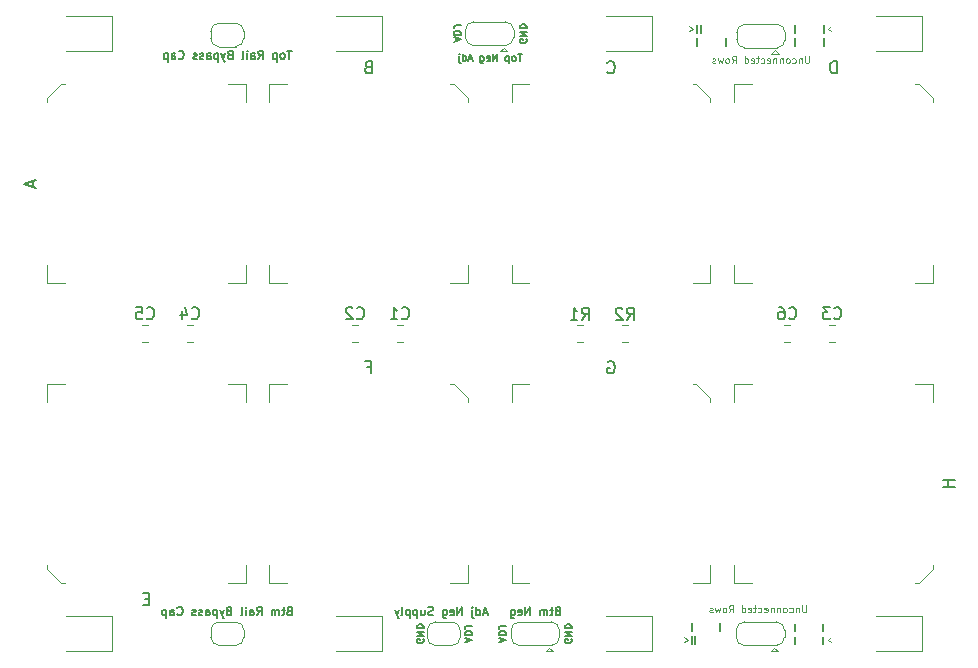
<source format=gbr>
%TF.GenerationSoftware,KiCad,Pcbnew,(6.0.6-0)*%
%TF.CreationDate,2022-07-26T09:11:42-07:00*%
%TF.ProjectId,MTMatrixV3,4d544d61-7472-4697-9856-332e6b696361,rev?*%
%TF.SameCoordinates,Original*%
%TF.FileFunction,Legend,Bot*%
%TF.FilePolarity,Positive*%
%FSLAX46Y46*%
G04 Gerber Fmt 4.6, Leading zero omitted, Abs format (unit mm)*
G04 Created by KiCad (PCBNEW (6.0.6-0)) date 2022-07-26 09:11:42*
%MOMM*%
%LPD*%
G01*
G04 APERTURE LIST*
%ADD10C,0.200000*%
%ADD11C,0.150000*%
%ADD12C,0.100000*%
%ADD13C,0.120000*%
G04 APERTURE END LIST*
D10*
X193350027Y-30882504D02*
X193350027Y-31517504D01*
X190940000Y-81522500D02*
X190940000Y-82157500D01*
X193340000Y-80422500D02*
X193340000Y-81057500D01*
X182650027Y-29782504D02*
X182650027Y-30417504D01*
X190950027Y-30882504D02*
X190950027Y-31517504D01*
X182505000Y-81512500D02*
X182505000Y-82147500D01*
X182205000Y-80412500D02*
X182205000Y-81047500D01*
X190940000Y-80422500D02*
X190940000Y-81057500D01*
X182205000Y-81512500D02*
X182205000Y-82147500D01*
X193340000Y-81522500D02*
X193340000Y-82157500D01*
X182650027Y-30882504D02*
X182650027Y-31517504D01*
X184605000Y-80412500D02*
X184605000Y-81047500D01*
X190950027Y-29782504D02*
X190950027Y-30417504D01*
X182950027Y-29782504D02*
X182950027Y-30417504D01*
X193350027Y-29782504D02*
X193350027Y-30417504D01*
X185050027Y-30882504D02*
X185050027Y-31517504D01*
D11*
X170827466Y-79350400D02*
X170727466Y-79383733D01*
X170694133Y-79417066D01*
X170660800Y-79483733D01*
X170660800Y-79583733D01*
X170694133Y-79650400D01*
X170727466Y-79683733D01*
X170794133Y-79717066D01*
X171060800Y-79717066D01*
X171060800Y-79017066D01*
X170827466Y-79017066D01*
X170760800Y-79050400D01*
X170727466Y-79083733D01*
X170694133Y-79150400D01*
X170694133Y-79217066D01*
X170727466Y-79283733D01*
X170760800Y-79317066D01*
X170827466Y-79350400D01*
X171060800Y-79350400D01*
X170460800Y-79250400D02*
X170194133Y-79250400D01*
X170360800Y-79017066D02*
X170360800Y-79617066D01*
X170327466Y-79683733D01*
X170260800Y-79717066D01*
X170194133Y-79717066D01*
X169960800Y-79717066D02*
X169960800Y-79250400D01*
X169960800Y-79317066D02*
X169927466Y-79283733D01*
X169860800Y-79250400D01*
X169760800Y-79250400D01*
X169694133Y-79283733D01*
X169660800Y-79350400D01*
X169660800Y-79717066D01*
X169660800Y-79350400D02*
X169627466Y-79283733D01*
X169560800Y-79250400D01*
X169460800Y-79250400D01*
X169394133Y-79283733D01*
X169360800Y-79350400D01*
X169360800Y-79717066D01*
X168494133Y-79717066D02*
X168494133Y-79017066D01*
X168094133Y-79717066D01*
X168094133Y-79017066D01*
X167494133Y-79683733D02*
X167560800Y-79717066D01*
X167694133Y-79717066D01*
X167760800Y-79683733D01*
X167794133Y-79617066D01*
X167794133Y-79350400D01*
X167760800Y-79283733D01*
X167694133Y-79250400D01*
X167560800Y-79250400D01*
X167494133Y-79283733D01*
X167460800Y-79350400D01*
X167460800Y-79417066D01*
X167794133Y-79483733D01*
X166860800Y-79250400D02*
X166860800Y-79817066D01*
X166894133Y-79883733D01*
X166927466Y-79917066D01*
X166994133Y-79950400D01*
X167094133Y-79950400D01*
X167160800Y-79917066D01*
X166860800Y-79683733D02*
X166927466Y-79717066D01*
X167060800Y-79717066D01*
X167127466Y-79683733D01*
X167160800Y-79650400D01*
X167194133Y-79583733D01*
X167194133Y-79383733D01*
X167160800Y-79317066D01*
X167127466Y-79283733D01*
X167060800Y-79250400D01*
X166927466Y-79250400D01*
X166860800Y-79283733D01*
X166016000Y-81951428D02*
X166016000Y-81665714D01*
X165844571Y-82008571D02*
X166444571Y-81808571D01*
X165844571Y-81608571D01*
X165844571Y-81408571D02*
X166444571Y-81408571D01*
X166444571Y-81265714D01*
X166416000Y-81180000D01*
X166358857Y-81122857D01*
X166301714Y-81094285D01*
X166187428Y-81065714D01*
X166101714Y-81065714D01*
X165987428Y-81094285D01*
X165930285Y-81122857D01*
X165873142Y-81180000D01*
X165844571Y-81265714D01*
X165844571Y-81408571D01*
X166444571Y-80637142D02*
X166016000Y-80637142D01*
X165930285Y-80665714D01*
X165873142Y-80722857D01*
X165844571Y-80808571D01*
X165844571Y-80865714D01*
X148108333Y-79350400D02*
X148008333Y-79383733D01*
X147975000Y-79417066D01*
X147941666Y-79483733D01*
X147941666Y-79583733D01*
X147975000Y-79650400D01*
X148008333Y-79683733D01*
X148075000Y-79717066D01*
X148341666Y-79717066D01*
X148341666Y-79017066D01*
X148108333Y-79017066D01*
X148041666Y-79050400D01*
X148008333Y-79083733D01*
X147975000Y-79150400D01*
X147975000Y-79217066D01*
X148008333Y-79283733D01*
X148041666Y-79317066D01*
X148108333Y-79350400D01*
X148341666Y-79350400D01*
X147741666Y-79250400D02*
X147475000Y-79250400D01*
X147641666Y-79017066D02*
X147641666Y-79617066D01*
X147608333Y-79683733D01*
X147541666Y-79717066D01*
X147475000Y-79717066D01*
X147241666Y-79717066D02*
X147241666Y-79250400D01*
X147241666Y-79317066D02*
X147208333Y-79283733D01*
X147141666Y-79250400D01*
X147041666Y-79250400D01*
X146975000Y-79283733D01*
X146941666Y-79350400D01*
X146941666Y-79717066D01*
X146941666Y-79350400D02*
X146908333Y-79283733D01*
X146841666Y-79250400D01*
X146741666Y-79250400D01*
X146675000Y-79283733D01*
X146641666Y-79350400D01*
X146641666Y-79717066D01*
X145375000Y-79717066D02*
X145608333Y-79383733D01*
X145775000Y-79717066D02*
X145775000Y-79017066D01*
X145508333Y-79017066D01*
X145441666Y-79050400D01*
X145408333Y-79083733D01*
X145375000Y-79150400D01*
X145375000Y-79250400D01*
X145408333Y-79317066D01*
X145441666Y-79350400D01*
X145508333Y-79383733D01*
X145775000Y-79383733D01*
X144775000Y-79717066D02*
X144775000Y-79350400D01*
X144808333Y-79283733D01*
X144875000Y-79250400D01*
X145008333Y-79250400D01*
X145075000Y-79283733D01*
X144775000Y-79683733D02*
X144841666Y-79717066D01*
X145008333Y-79717066D01*
X145075000Y-79683733D01*
X145108333Y-79617066D01*
X145108333Y-79550400D01*
X145075000Y-79483733D01*
X145008333Y-79450400D01*
X144841666Y-79450400D01*
X144775000Y-79417066D01*
X144441666Y-79717066D02*
X144441666Y-79250400D01*
X144441666Y-79017066D02*
X144475000Y-79050400D01*
X144441666Y-79083733D01*
X144408333Y-79050400D01*
X144441666Y-79017066D01*
X144441666Y-79083733D01*
X144008333Y-79717066D02*
X144075000Y-79683733D01*
X144108333Y-79617066D01*
X144108333Y-79017066D01*
X142975000Y-79350400D02*
X142875000Y-79383733D01*
X142841666Y-79417066D01*
X142808333Y-79483733D01*
X142808333Y-79583733D01*
X142841666Y-79650400D01*
X142875000Y-79683733D01*
X142941666Y-79717066D01*
X143208333Y-79717066D01*
X143208333Y-79017066D01*
X142975000Y-79017066D01*
X142908333Y-79050400D01*
X142875000Y-79083733D01*
X142841666Y-79150400D01*
X142841666Y-79217066D01*
X142875000Y-79283733D01*
X142908333Y-79317066D01*
X142975000Y-79350400D01*
X143208333Y-79350400D01*
X142575000Y-79250400D02*
X142408333Y-79717066D01*
X142241666Y-79250400D02*
X142408333Y-79717066D01*
X142475000Y-79883733D01*
X142508333Y-79917066D01*
X142575000Y-79950400D01*
X141975000Y-79250400D02*
X141975000Y-79950400D01*
X141975000Y-79283733D02*
X141908333Y-79250400D01*
X141775000Y-79250400D01*
X141708333Y-79283733D01*
X141675000Y-79317066D01*
X141641666Y-79383733D01*
X141641666Y-79583733D01*
X141675000Y-79650400D01*
X141708333Y-79683733D01*
X141775000Y-79717066D01*
X141908333Y-79717066D01*
X141975000Y-79683733D01*
X141041666Y-79717066D02*
X141041666Y-79350400D01*
X141075000Y-79283733D01*
X141141666Y-79250400D01*
X141275000Y-79250400D01*
X141341666Y-79283733D01*
X141041666Y-79683733D02*
X141108333Y-79717066D01*
X141275000Y-79717066D01*
X141341666Y-79683733D01*
X141375000Y-79617066D01*
X141375000Y-79550400D01*
X141341666Y-79483733D01*
X141275000Y-79450400D01*
X141108333Y-79450400D01*
X141041666Y-79417066D01*
X140741666Y-79683733D02*
X140675000Y-79717066D01*
X140541666Y-79717066D01*
X140475000Y-79683733D01*
X140441666Y-79617066D01*
X140441666Y-79583733D01*
X140475000Y-79517066D01*
X140541666Y-79483733D01*
X140641666Y-79483733D01*
X140708333Y-79450400D01*
X140741666Y-79383733D01*
X140741666Y-79350400D01*
X140708333Y-79283733D01*
X140641666Y-79250400D01*
X140541666Y-79250400D01*
X140475000Y-79283733D01*
X140175000Y-79683733D02*
X140108333Y-79717066D01*
X139975000Y-79717066D01*
X139908333Y-79683733D01*
X139875000Y-79617066D01*
X139875000Y-79583733D01*
X139908333Y-79517066D01*
X139975000Y-79483733D01*
X140075000Y-79483733D01*
X140141666Y-79450400D01*
X140175000Y-79383733D01*
X140175000Y-79350400D01*
X140141666Y-79283733D01*
X140075000Y-79250400D01*
X139975000Y-79250400D01*
X139908333Y-79283733D01*
X138641666Y-79650400D02*
X138675000Y-79683733D01*
X138775000Y-79717066D01*
X138841666Y-79717066D01*
X138941666Y-79683733D01*
X139008333Y-79617066D01*
X139041666Y-79550400D01*
X139075000Y-79417066D01*
X139075000Y-79317066D01*
X139041666Y-79183733D01*
X139008333Y-79117066D01*
X138941666Y-79050400D01*
X138841666Y-79017066D01*
X138775000Y-79017066D01*
X138675000Y-79050400D01*
X138641666Y-79083733D01*
X138041666Y-79717066D02*
X138041666Y-79350400D01*
X138075000Y-79283733D01*
X138141666Y-79250400D01*
X138275000Y-79250400D01*
X138341666Y-79283733D01*
X138041666Y-79683733D02*
X138108333Y-79717066D01*
X138275000Y-79717066D01*
X138341666Y-79683733D01*
X138375000Y-79617066D01*
X138375000Y-79550400D01*
X138341666Y-79483733D01*
X138275000Y-79450400D01*
X138108333Y-79450400D01*
X138041666Y-79417066D01*
X137708333Y-79250400D02*
X137708333Y-79950400D01*
X137708333Y-79283733D02*
X137641666Y-79250400D01*
X137508333Y-79250400D01*
X137441666Y-79283733D01*
X137408333Y-79317066D01*
X137375000Y-79383733D01*
X137375000Y-79583733D01*
X137408333Y-79650400D01*
X137441666Y-79683733D01*
X137508333Y-79717066D01*
X137641666Y-79717066D01*
X137708333Y-79683733D01*
X159456400Y-81737142D02*
X159484971Y-81794285D01*
X159484971Y-81880000D01*
X159456400Y-81965714D01*
X159399257Y-82022857D01*
X159342114Y-82051428D01*
X159227828Y-82080000D01*
X159142114Y-82080000D01*
X159027828Y-82051428D01*
X158970685Y-82022857D01*
X158913542Y-81965714D01*
X158884971Y-81880000D01*
X158884971Y-81822857D01*
X158913542Y-81737142D01*
X158942114Y-81708571D01*
X159142114Y-81708571D01*
X159142114Y-81822857D01*
X158884971Y-81451428D02*
X159484971Y-81451428D01*
X158884971Y-81108571D01*
X159484971Y-81108571D01*
X158884971Y-80822857D02*
X159484971Y-80822857D01*
X159484971Y-80680000D01*
X159456400Y-80594285D01*
X159399257Y-80537142D01*
X159342114Y-80508571D01*
X159227828Y-80480000D01*
X159142114Y-80480000D01*
X159027828Y-80508571D01*
X158970685Y-80537142D01*
X158913542Y-80594285D01*
X158884971Y-80680000D01*
X158884971Y-80822857D01*
D12*
X181997646Y-29850004D02*
X182302407Y-30050004D01*
X181997646Y-30250004D01*
D11*
X163120400Y-81951428D02*
X163120400Y-81665714D01*
X162948971Y-82008571D02*
X163548971Y-81808571D01*
X162948971Y-81608571D01*
X162948971Y-81408571D02*
X163548971Y-81408571D01*
X163548971Y-81265714D01*
X163520400Y-81180000D01*
X163463257Y-81122857D01*
X163406114Y-81094285D01*
X163291828Y-81065714D01*
X163206114Y-81065714D01*
X163091828Y-81094285D01*
X163034685Y-81122857D01*
X162977542Y-81180000D01*
X162948971Y-81265714D01*
X162948971Y-81408571D01*
X163548971Y-80637142D02*
X163120400Y-80637142D01*
X163034685Y-80665714D01*
X162977542Y-80722857D01*
X162948971Y-80808571D01*
X162948971Y-80865714D01*
X162206000Y-31100628D02*
X162206000Y-30814914D01*
X162034571Y-31157771D02*
X162634571Y-30957771D01*
X162034571Y-30757771D01*
X162034571Y-30557771D02*
X162634571Y-30557771D01*
X162634571Y-30414914D01*
X162606000Y-30329200D01*
X162548857Y-30272057D01*
X162491714Y-30243485D01*
X162377428Y-30214914D01*
X162291714Y-30214914D01*
X162177428Y-30243485D01*
X162120285Y-30272057D01*
X162063142Y-30329200D01*
X162034571Y-30414914D01*
X162034571Y-30557771D01*
X162634571Y-29786342D02*
X162206000Y-29786342D01*
X162120285Y-29814914D01*
X162063142Y-29872057D01*
X162034571Y-29957771D01*
X162034571Y-30014914D01*
D12*
X192125741Y-32371432D02*
X192125741Y-32857146D01*
X192097169Y-32914289D01*
X192068598Y-32942861D01*
X192011455Y-32971432D01*
X191897169Y-32971432D01*
X191840027Y-32942861D01*
X191811455Y-32914289D01*
X191782884Y-32857146D01*
X191782884Y-32371432D01*
X191497169Y-32571432D02*
X191497169Y-32971432D01*
X191497169Y-32628575D02*
X191468598Y-32600004D01*
X191411455Y-32571432D01*
X191325741Y-32571432D01*
X191268598Y-32600004D01*
X191240027Y-32657146D01*
X191240027Y-32971432D01*
X190697169Y-32942861D02*
X190754312Y-32971432D01*
X190868598Y-32971432D01*
X190925741Y-32942861D01*
X190954312Y-32914289D01*
X190982884Y-32857146D01*
X190982884Y-32685718D01*
X190954312Y-32628575D01*
X190925741Y-32600004D01*
X190868598Y-32571432D01*
X190754312Y-32571432D01*
X190697169Y-32600004D01*
X190354312Y-32971432D02*
X190411455Y-32942861D01*
X190440027Y-32914289D01*
X190468598Y-32857146D01*
X190468598Y-32685718D01*
X190440027Y-32628575D01*
X190411455Y-32600004D01*
X190354312Y-32571432D01*
X190268598Y-32571432D01*
X190211455Y-32600004D01*
X190182884Y-32628575D01*
X190154312Y-32685718D01*
X190154312Y-32857146D01*
X190182884Y-32914289D01*
X190211455Y-32942861D01*
X190268598Y-32971432D01*
X190354312Y-32971432D01*
X189897169Y-32571432D02*
X189897169Y-32971432D01*
X189897169Y-32628575D02*
X189868598Y-32600004D01*
X189811455Y-32571432D01*
X189725741Y-32571432D01*
X189668598Y-32600004D01*
X189640027Y-32657146D01*
X189640027Y-32971432D01*
X189354312Y-32571432D02*
X189354312Y-32971432D01*
X189354312Y-32628575D02*
X189325741Y-32600004D01*
X189268598Y-32571432D01*
X189182884Y-32571432D01*
X189125741Y-32600004D01*
X189097169Y-32657146D01*
X189097169Y-32971432D01*
X188582884Y-32942861D02*
X188640027Y-32971432D01*
X188754312Y-32971432D01*
X188811455Y-32942861D01*
X188840027Y-32885718D01*
X188840027Y-32657146D01*
X188811455Y-32600004D01*
X188754312Y-32571432D01*
X188640027Y-32571432D01*
X188582884Y-32600004D01*
X188554312Y-32657146D01*
X188554312Y-32714289D01*
X188840027Y-32771432D01*
X188040027Y-32942861D02*
X188097169Y-32971432D01*
X188211455Y-32971432D01*
X188268598Y-32942861D01*
X188297169Y-32914289D01*
X188325741Y-32857146D01*
X188325741Y-32685718D01*
X188297169Y-32628575D01*
X188268598Y-32600004D01*
X188211455Y-32571432D01*
X188097169Y-32571432D01*
X188040027Y-32600004D01*
X187868598Y-32571432D02*
X187640027Y-32571432D01*
X187782884Y-32371432D02*
X187782884Y-32885718D01*
X187754312Y-32942861D01*
X187697169Y-32971432D01*
X187640027Y-32971432D01*
X187211455Y-32942861D02*
X187268598Y-32971432D01*
X187382884Y-32971432D01*
X187440027Y-32942861D01*
X187468598Y-32885718D01*
X187468598Y-32657146D01*
X187440027Y-32600004D01*
X187382884Y-32571432D01*
X187268598Y-32571432D01*
X187211455Y-32600004D01*
X187182884Y-32657146D01*
X187182884Y-32714289D01*
X187468598Y-32771432D01*
X186668598Y-32971432D02*
X186668598Y-32371432D01*
X186668598Y-32942861D02*
X186725741Y-32971432D01*
X186840027Y-32971432D01*
X186897169Y-32942861D01*
X186925741Y-32914289D01*
X186954312Y-32857146D01*
X186954312Y-32685718D01*
X186925741Y-32628575D01*
X186897169Y-32600004D01*
X186840027Y-32571432D01*
X186725741Y-32571432D01*
X186668598Y-32600004D01*
X185582884Y-32971432D02*
X185782884Y-32685718D01*
X185925741Y-32971432D02*
X185925741Y-32371432D01*
X185697169Y-32371432D01*
X185640027Y-32400004D01*
X185611455Y-32428575D01*
X185582884Y-32485718D01*
X185582884Y-32571432D01*
X185611455Y-32628575D01*
X185640027Y-32657146D01*
X185697169Y-32685718D01*
X185925741Y-32685718D01*
X185240027Y-32971432D02*
X185297169Y-32942861D01*
X185325741Y-32914289D01*
X185354312Y-32857146D01*
X185354312Y-32685718D01*
X185325741Y-32628575D01*
X185297169Y-32600004D01*
X185240027Y-32571432D01*
X185154312Y-32571432D01*
X185097169Y-32600004D01*
X185068598Y-32628575D01*
X185040027Y-32685718D01*
X185040027Y-32857146D01*
X185068598Y-32914289D01*
X185097169Y-32942861D01*
X185154312Y-32971432D01*
X185240027Y-32971432D01*
X184840027Y-32571432D02*
X184725741Y-32971432D01*
X184611455Y-32685718D01*
X184497169Y-32971432D01*
X184382884Y-32571432D01*
X184182884Y-32942861D02*
X184125741Y-32971432D01*
X184011455Y-32971432D01*
X183954312Y-32942861D01*
X183925741Y-32885718D01*
X183925741Y-32857146D01*
X183954312Y-32800004D01*
X184011455Y-32771432D01*
X184097169Y-32771432D01*
X184154312Y-32742861D01*
X184182884Y-32685718D01*
X184182884Y-32657146D01*
X184154312Y-32600004D01*
X184097169Y-32571432D01*
X184011455Y-32571432D01*
X183954312Y-32600004D01*
X181552619Y-81580000D02*
X181857380Y-81780000D01*
X181552619Y-81980000D01*
X191890714Y-78871428D02*
X191890714Y-79357142D01*
X191862142Y-79414285D01*
X191833571Y-79442857D01*
X191776428Y-79471428D01*
X191662142Y-79471428D01*
X191605000Y-79442857D01*
X191576428Y-79414285D01*
X191547857Y-79357142D01*
X191547857Y-78871428D01*
X191262142Y-79071428D02*
X191262142Y-79471428D01*
X191262142Y-79128571D02*
X191233571Y-79100000D01*
X191176428Y-79071428D01*
X191090714Y-79071428D01*
X191033571Y-79100000D01*
X191005000Y-79157142D01*
X191005000Y-79471428D01*
X190462142Y-79442857D02*
X190519285Y-79471428D01*
X190633571Y-79471428D01*
X190690714Y-79442857D01*
X190719285Y-79414285D01*
X190747857Y-79357142D01*
X190747857Y-79185714D01*
X190719285Y-79128571D01*
X190690714Y-79100000D01*
X190633571Y-79071428D01*
X190519285Y-79071428D01*
X190462142Y-79100000D01*
X190119285Y-79471428D02*
X190176428Y-79442857D01*
X190205000Y-79414285D01*
X190233571Y-79357142D01*
X190233571Y-79185714D01*
X190205000Y-79128571D01*
X190176428Y-79100000D01*
X190119285Y-79071428D01*
X190033571Y-79071428D01*
X189976428Y-79100000D01*
X189947857Y-79128571D01*
X189919285Y-79185714D01*
X189919285Y-79357142D01*
X189947857Y-79414285D01*
X189976428Y-79442857D01*
X190033571Y-79471428D01*
X190119285Y-79471428D01*
X189662142Y-79071428D02*
X189662142Y-79471428D01*
X189662142Y-79128571D02*
X189633571Y-79100000D01*
X189576428Y-79071428D01*
X189490714Y-79071428D01*
X189433571Y-79100000D01*
X189405000Y-79157142D01*
X189405000Y-79471428D01*
X189119285Y-79071428D02*
X189119285Y-79471428D01*
X189119285Y-79128571D02*
X189090714Y-79100000D01*
X189033571Y-79071428D01*
X188947857Y-79071428D01*
X188890714Y-79100000D01*
X188862142Y-79157142D01*
X188862142Y-79471428D01*
X188347857Y-79442857D02*
X188405000Y-79471428D01*
X188519285Y-79471428D01*
X188576428Y-79442857D01*
X188605000Y-79385714D01*
X188605000Y-79157142D01*
X188576428Y-79100000D01*
X188519285Y-79071428D01*
X188405000Y-79071428D01*
X188347857Y-79100000D01*
X188319285Y-79157142D01*
X188319285Y-79214285D01*
X188605000Y-79271428D01*
X187805000Y-79442857D02*
X187862142Y-79471428D01*
X187976428Y-79471428D01*
X188033571Y-79442857D01*
X188062142Y-79414285D01*
X188090714Y-79357142D01*
X188090714Y-79185714D01*
X188062142Y-79128571D01*
X188033571Y-79100000D01*
X187976428Y-79071428D01*
X187862142Y-79071428D01*
X187805000Y-79100000D01*
X187633571Y-79071428D02*
X187405000Y-79071428D01*
X187547857Y-78871428D02*
X187547857Y-79385714D01*
X187519285Y-79442857D01*
X187462142Y-79471428D01*
X187405000Y-79471428D01*
X186976428Y-79442857D02*
X187033571Y-79471428D01*
X187147857Y-79471428D01*
X187205000Y-79442857D01*
X187233571Y-79385714D01*
X187233571Y-79157142D01*
X187205000Y-79100000D01*
X187147857Y-79071428D01*
X187033571Y-79071428D01*
X186976428Y-79100000D01*
X186947857Y-79157142D01*
X186947857Y-79214285D01*
X187233571Y-79271428D01*
X186433571Y-79471428D02*
X186433571Y-78871428D01*
X186433571Y-79442857D02*
X186490714Y-79471428D01*
X186605000Y-79471428D01*
X186662142Y-79442857D01*
X186690714Y-79414285D01*
X186719285Y-79357142D01*
X186719285Y-79185714D01*
X186690714Y-79128571D01*
X186662142Y-79100000D01*
X186605000Y-79071428D01*
X186490714Y-79071428D01*
X186433571Y-79100000D01*
X185347857Y-79471428D02*
X185547857Y-79185714D01*
X185690714Y-79471428D02*
X185690714Y-78871428D01*
X185462142Y-78871428D01*
X185405000Y-78900000D01*
X185376428Y-78928571D01*
X185347857Y-78985714D01*
X185347857Y-79071428D01*
X185376428Y-79128571D01*
X185405000Y-79157142D01*
X185462142Y-79185714D01*
X185690714Y-79185714D01*
X185005000Y-79471428D02*
X185062142Y-79442857D01*
X185090714Y-79414285D01*
X185119285Y-79357142D01*
X185119285Y-79185714D01*
X185090714Y-79128571D01*
X185062142Y-79100000D01*
X185005000Y-79071428D01*
X184919285Y-79071428D01*
X184862142Y-79100000D01*
X184833571Y-79128571D01*
X184805000Y-79185714D01*
X184805000Y-79357142D01*
X184833571Y-79414285D01*
X184862142Y-79442857D01*
X184919285Y-79471428D01*
X185005000Y-79471428D01*
X184605000Y-79071428D02*
X184490714Y-79471428D01*
X184376428Y-79185714D01*
X184262142Y-79471428D01*
X184147857Y-79071428D01*
X183947857Y-79442857D02*
X183890714Y-79471428D01*
X183776428Y-79471428D01*
X183719285Y-79442857D01*
X183690714Y-79385714D01*
X183690714Y-79357142D01*
X183719285Y-79300000D01*
X183776428Y-79271428D01*
X183862142Y-79271428D01*
X183919285Y-79242857D01*
X183947857Y-79185714D01*
X183947857Y-79157142D01*
X183919285Y-79100000D01*
X183862142Y-79071428D01*
X183776428Y-79071428D01*
X183719285Y-79100000D01*
X194002407Y-29850004D02*
X193697646Y-30050004D01*
X194002407Y-30250004D01*
D11*
X164885200Y-79517066D02*
X164551866Y-79517066D01*
X164951866Y-79717066D02*
X164718533Y-79017066D01*
X164485200Y-79717066D01*
X163951866Y-79717066D02*
X163951866Y-79017066D01*
X163951866Y-79683733D02*
X164018533Y-79717066D01*
X164151866Y-79717066D01*
X164218533Y-79683733D01*
X164251866Y-79650400D01*
X164285200Y-79583733D01*
X164285200Y-79383733D01*
X164251866Y-79317066D01*
X164218533Y-79283733D01*
X164151866Y-79250400D01*
X164018533Y-79250400D01*
X163951866Y-79283733D01*
X163618533Y-79250400D02*
X163618533Y-79850400D01*
X163651866Y-79917066D01*
X163718533Y-79950400D01*
X163751866Y-79950400D01*
X163618533Y-79017066D02*
X163651866Y-79050400D01*
X163618533Y-79083733D01*
X163585200Y-79050400D01*
X163618533Y-79017066D01*
X163618533Y-79083733D01*
X162751866Y-79717066D02*
X162751866Y-79017066D01*
X162351866Y-79717066D01*
X162351866Y-79017066D01*
X161751866Y-79683733D02*
X161818533Y-79717066D01*
X161951866Y-79717066D01*
X162018533Y-79683733D01*
X162051866Y-79617066D01*
X162051866Y-79350400D01*
X162018533Y-79283733D01*
X161951866Y-79250400D01*
X161818533Y-79250400D01*
X161751866Y-79283733D01*
X161718533Y-79350400D01*
X161718533Y-79417066D01*
X162051866Y-79483733D01*
X161118533Y-79250400D02*
X161118533Y-79817066D01*
X161151866Y-79883733D01*
X161185200Y-79917066D01*
X161251866Y-79950400D01*
X161351866Y-79950400D01*
X161418533Y-79917066D01*
X161118533Y-79683733D02*
X161185200Y-79717066D01*
X161318533Y-79717066D01*
X161385200Y-79683733D01*
X161418533Y-79650400D01*
X161451866Y-79583733D01*
X161451866Y-79383733D01*
X161418533Y-79317066D01*
X161385200Y-79283733D01*
X161318533Y-79250400D01*
X161185200Y-79250400D01*
X161118533Y-79283733D01*
X160285200Y-79683733D02*
X160185200Y-79717066D01*
X160018533Y-79717066D01*
X159951866Y-79683733D01*
X159918533Y-79650400D01*
X159885200Y-79583733D01*
X159885200Y-79517066D01*
X159918533Y-79450400D01*
X159951866Y-79417066D01*
X160018533Y-79383733D01*
X160151866Y-79350400D01*
X160218533Y-79317066D01*
X160251866Y-79283733D01*
X160285200Y-79217066D01*
X160285200Y-79150400D01*
X160251866Y-79083733D01*
X160218533Y-79050400D01*
X160151866Y-79017066D01*
X159985200Y-79017066D01*
X159885200Y-79050400D01*
X159285200Y-79250400D02*
X159285200Y-79717066D01*
X159585200Y-79250400D02*
X159585200Y-79617066D01*
X159551866Y-79683733D01*
X159485200Y-79717066D01*
X159385200Y-79717066D01*
X159318533Y-79683733D01*
X159285200Y-79650400D01*
X158951866Y-79250400D02*
X158951866Y-79950400D01*
X158951866Y-79283733D02*
X158885200Y-79250400D01*
X158751866Y-79250400D01*
X158685200Y-79283733D01*
X158651866Y-79317066D01*
X158618533Y-79383733D01*
X158618533Y-79583733D01*
X158651866Y-79650400D01*
X158685200Y-79683733D01*
X158751866Y-79717066D01*
X158885200Y-79717066D01*
X158951866Y-79683733D01*
X158318533Y-79250400D02*
X158318533Y-79950400D01*
X158318533Y-79283733D02*
X158251866Y-79250400D01*
X158118533Y-79250400D01*
X158051866Y-79283733D01*
X158018533Y-79317066D01*
X157985200Y-79383733D01*
X157985200Y-79583733D01*
X158018533Y-79650400D01*
X158051866Y-79683733D01*
X158118533Y-79717066D01*
X158251866Y-79717066D01*
X158318533Y-79683733D01*
X157585200Y-79717066D02*
X157651866Y-79683733D01*
X157685200Y-79617066D01*
X157685200Y-79017066D01*
X157385200Y-79250400D02*
X157218533Y-79717066D01*
X157051866Y-79250400D02*
X157218533Y-79717066D01*
X157285200Y-79883733D01*
X157318533Y-79917066D01*
X157385200Y-79950400D01*
X168194000Y-30937142D02*
X168222571Y-30994285D01*
X168222571Y-31080000D01*
X168194000Y-31165714D01*
X168136857Y-31222857D01*
X168079714Y-31251428D01*
X167965428Y-31280000D01*
X167879714Y-31280000D01*
X167765428Y-31251428D01*
X167708285Y-31222857D01*
X167651142Y-31165714D01*
X167622571Y-31080000D01*
X167622571Y-31022857D01*
X167651142Y-30937142D01*
X167679714Y-30908571D01*
X167879714Y-30908571D01*
X167879714Y-31022857D01*
X167622571Y-30651428D02*
X168222571Y-30651428D01*
X167622571Y-30308571D01*
X168222571Y-30308571D01*
X167622571Y-30022857D02*
X168222571Y-30022857D01*
X168222571Y-29880000D01*
X168194000Y-29794285D01*
X168136857Y-29737142D01*
X168079714Y-29708571D01*
X167965428Y-29680000D01*
X167879714Y-29680000D01*
X167765428Y-29708571D01*
X167708285Y-29737142D01*
X167651142Y-29794285D01*
X167622571Y-29880000D01*
X167622571Y-30022857D01*
X172004000Y-81737142D02*
X172032571Y-81794285D01*
X172032571Y-81880000D01*
X172004000Y-81965714D01*
X171946857Y-82022857D01*
X171889714Y-82051428D01*
X171775428Y-82080000D01*
X171689714Y-82080000D01*
X171575428Y-82051428D01*
X171518285Y-82022857D01*
X171461142Y-81965714D01*
X171432571Y-81880000D01*
X171432571Y-81822857D01*
X171461142Y-81737142D01*
X171489714Y-81708571D01*
X171689714Y-81708571D01*
X171689714Y-81822857D01*
X171432571Y-81451428D02*
X172032571Y-81451428D01*
X171432571Y-81108571D01*
X172032571Y-81108571D01*
X171432571Y-80822857D02*
X172032571Y-80822857D01*
X172032571Y-80680000D01*
X172004000Y-80594285D01*
X171946857Y-80537142D01*
X171889714Y-80508571D01*
X171775428Y-80480000D01*
X171689714Y-80480000D01*
X171575428Y-80508571D01*
X171518285Y-80537142D01*
X171461142Y-80594285D01*
X171432571Y-80680000D01*
X171432571Y-80822857D01*
D12*
X193992380Y-81590000D02*
X193687619Y-81790000D01*
X193992380Y-81990000D01*
D11*
X167785714Y-32183428D02*
X167442857Y-32183428D01*
X167614285Y-32783428D02*
X167614285Y-32183428D01*
X167157142Y-32783428D02*
X167214285Y-32754857D01*
X167242857Y-32726285D01*
X167271428Y-32669142D01*
X167271428Y-32497714D01*
X167242857Y-32440571D01*
X167214285Y-32412000D01*
X167157142Y-32383428D01*
X167071428Y-32383428D01*
X167014285Y-32412000D01*
X166985714Y-32440571D01*
X166957142Y-32497714D01*
X166957142Y-32669142D01*
X166985714Y-32726285D01*
X167014285Y-32754857D01*
X167071428Y-32783428D01*
X167157142Y-32783428D01*
X166700000Y-32383428D02*
X166700000Y-32983428D01*
X166700000Y-32412000D02*
X166642857Y-32383428D01*
X166528571Y-32383428D01*
X166471428Y-32412000D01*
X166442857Y-32440571D01*
X166414285Y-32497714D01*
X166414285Y-32669142D01*
X166442857Y-32726285D01*
X166471428Y-32754857D01*
X166528571Y-32783428D01*
X166642857Y-32783428D01*
X166700000Y-32754857D01*
X165700000Y-32783428D02*
X165700000Y-32183428D01*
X165357142Y-32783428D01*
X165357142Y-32183428D01*
X164842857Y-32754857D02*
X164900000Y-32783428D01*
X165014285Y-32783428D01*
X165071428Y-32754857D01*
X165100000Y-32697714D01*
X165100000Y-32469142D01*
X165071428Y-32412000D01*
X165014285Y-32383428D01*
X164900000Y-32383428D01*
X164842857Y-32412000D01*
X164814285Y-32469142D01*
X164814285Y-32526285D01*
X165100000Y-32583428D01*
X164300000Y-32383428D02*
X164300000Y-32869142D01*
X164328571Y-32926285D01*
X164357142Y-32954857D01*
X164414285Y-32983428D01*
X164500000Y-32983428D01*
X164557142Y-32954857D01*
X164300000Y-32754857D02*
X164357142Y-32783428D01*
X164471428Y-32783428D01*
X164528571Y-32754857D01*
X164557142Y-32726285D01*
X164585714Y-32669142D01*
X164585714Y-32497714D01*
X164557142Y-32440571D01*
X164528571Y-32412000D01*
X164471428Y-32383428D01*
X164357142Y-32383428D01*
X164300000Y-32412000D01*
X163585714Y-32612000D02*
X163300000Y-32612000D01*
X163642857Y-32783428D02*
X163442857Y-32183428D01*
X163242857Y-32783428D01*
X162785714Y-32783428D02*
X162785714Y-32183428D01*
X162785714Y-32754857D02*
X162842857Y-32783428D01*
X162957142Y-32783428D01*
X163014285Y-32754857D01*
X163042857Y-32726285D01*
X163071428Y-32669142D01*
X163071428Y-32497714D01*
X163042857Y-32440571D01*
X163014285Y-32412000D01*
X162957142Y-32383428D01*
X162842857Y-32383428D01*
X162785714Y-32412000D01*
X162500000Y-32383428D02*
X162500000Y-32897714D01*
X162528571Y-32954857D01*
X162585714Y-32983428D01*
X162614285Y-32983428D01*
X162500000Y-32183428D02*
X162528571Y-32212000D01*
X162500000Y-32240571D01*
X162471428Y-32212000D01*
X162500000Y-32183428D01*
X162500000Y-32240571D01*
X148310000Y-31923866D02*
X147910000Y-31923866D01*
X148110000Y-32623866D02*
X148110000Y-31923866D01*
X147576666Y-32623866D02*
X147643333Y-32590533D01*
X147676666Y-32557200D01*
X147710000Y-32490533D01*
X147710000Y-32290533D01*
X147676666Y-32223866D01*
X147643333Y-32190533D01*
X147576666Y-32157200D01*
X147476666Y-32157200D01*
X147410000Y-32190533D01*
X147376666Y-32223866D01*
X147343333Y-32290533D01*
X147343333Y-32490533D01*
X147376666Y-32557200D01*
X147410000Y-32590533D01*
X147476666Y-32623866D01*
X147576666Y-32623866D01*
X147043333Y-32157200D02*
X147043333Y-32857200D01*
X147043333Y-32190533D02*
X146976666Y-32157200D01*
X146843333Y-32157200D01*
X146776666Y-32190533D01*
X146743333Y-32223866D01*
X146710000Y-32290533D01*
X146710000Y-32490533D01*
X146743333Y-32557200D01*
X146776666Y-32590533D01*
X146843333Y-32623866D01*
X146976666Y-32623866D01*
X147043333Y-32590533D01*
X145476666Y-32623866D02*
X145710000Y-32290533D01*
X145876666Y-32623866D02*
X145876666Y-31923866D01*
X145610000Y-31923866D01*
X145543333Y-31957200D01*
X145510000Y-31990533D01*
X145476666Y-32057200D01*
X145476666Y-32157200D01*
X145510000Y-32223866D01*
X145543333Y-32257200D01*
X145610000Y-32290533D01*
X145876666Y-32290533D01*
X144876666Y-32623866D02*
X144876666Y-32257200D01*
X144910000Y-32190533D01*
X144976666Y-32157200D01*
X145110000Y-32157200D01*
X145176666Y-32190533D01*
X144876666Y-32590533D02*
X144943333Y-32623866D01*
X145110000Y-32623866D01*
X145176666Y-32590533D01*
X145210000Y-32523866D01*
X145210000Y-32457200D01*
X145176666Y-32390533D01*
X145110000Y-32357200D01*
X144943333Y-32357200D01*
X144876666Y-32323866D01*
X144543333Y-32623866D02*
X144543333Y-32157200D01*
X144543333Y-31923866D02*
X144576666Y-31957200D01*
X144543333Y-31990533D01*
X144510000Y-31957200D01*
X144543333Y-31923866D01*
X144543333Y-31990533D01*
X144110000Y-32623866D02*
X144176666Y-32590533D01*
X144210000Y-32523866D01*
X144210000Y-31923866D01*
X143076666Y-32257200D02*
X142976666Y-32290533D01*
X142943333Y-32323866D01*
X142910000Y-32390533D01*
X142910000Y-32490533D01*
X142943333Y-32557200D01*
X142976666Y-32590533D01*
X143043333Y-32623866D01*
X143310000Y-32623866D01*
X143310000Y-31923866D01*
X143076666Y-31923866D01*
X143010000Y-31957200D01*
X142976666Y-31990533D01*
X142943333Y-32057200D01*
X142943333Y-32123866D01*
X142976666Y-32190533D01*
X143010000Y-32223866D01*
X143076666Y-32257200D01*
X143310000Y-32257200D01*
X142676666Y-32157200D02*
X142510000Y-32623866D01*
X142343333Y-32157200D02*
X142510000Y-32623866D01*
X142576666Y-32790533D01*
X142610000Y-32823866D01*
X142676666Y-32857200D01*
X142076666Y-32157200D02*
X142076666Y-32857200D01*
X142076666Y-32190533D02*
X142010000Y-32157200D01*
X141876666Y-32157200D01*
X141810000Y-32190533D01*
X141776666Y-32223866D01*
X141743333Y-32290533D01*
X141743333Y-32490533D01*
X141776666Y-32557200D01*
X141810000Y-32590533D01*
X141876666Y-32623866D01*
X142010000Y-32623866D01*
X142076666Y-32590533D01*
X141143333Y-32623866D02*
X141143333Y-32257200D01*
X141176666Y-32190533D01*
X141243333Y-32157200D01*
X141376666Y-32157200D01*
X141443333Y-32190533D01*
X141143333Y-32590533D02*
X141210000Y-32623866D01*
X141376666Y-32623866D01*
X141443333Y-32590533D01*
X141476666Y-32523866D01*
X141476666Y-32457200D01*
X141443333Y-32390533D01*
X141376666Y-32357200D01*
X141210000Y-32357200D01*
X141143333Y-32323866D01*
X140843333Y-32590533D02*
X140776666Y-32623866D01*
X140643333Y-32623866D01*
X140576666Y-32590533D01*
X140543333Y-32523866D01*
X140543333Y-32490533D01*
X140576666Y-32423866D01*
X140643333Y-32390533D01*
X140743333Y-32390533D01*
X140810000Y-32357200D01*
X140843333Y-32290533D01*
X140843333Y-32257200D01*
X140810000Y-32190533D01*
X140743333Y-32157200D01*
X140643333Y-32157200D01*
X140576666Y-32190533D01*
X140276666Y-32590533D02*
X140210000Y-32623866D01*
X140076666Y-32623866D01*
X140010000Y-32590533D01*
X139976666Y-32523866D01*
X139976666Y-32490533D01*
X140010000Y-32423866D01*
X140076666Y-32390533D01*
X140176666Y-32390533D01*
X140243333Y-32357200D01*
X140276666Y-32290533D01*
X140276666Y-32257200D01*
X140243333Y-32190533D01*
X140176666Y-32157200D01*
X140076666Y-32157200D01*
X140010000Y-32190533D01*
X138743333Y-32557200D02*
X138776666Y-32590533D01*
X138876666Y-32623866D01*
X138943333Y-32623866D01*
X139043333Y-32590533D01*
X139110000Y-32523866D01*
X139143333Y-32457200D01*
X139176666Y-32323866D01*
X139176666Y-32223866D01*
X139143333Y-32090533D01*
X139110000Y-32023866D01*
X139043333Y-31957200D01*
X138943333Y-31923866D01*
X138876666Y-31923866D01*
X138776666Y-31957200D01*
X138743333Y-31990533D01*
X138143333Y-32623866D02*
X138143333Y-32257200D01*
X138176666Y-32190533D01*
X138243333Y-32157200D01*
X138376666Y-32157200D01*
X138443333Y-32190533D01*
X138143333Y-32590533D02*
X138210000Y-32623866D01*
X138376666Y-32623866D01*
X138443333Y-32590533D01*
X138476666Y-32523866D01*
X138476666Y-32457200D01*
X138443333Y-32390533D01*
X138376666Y-32357200D01*
X138210000Y-32357200D01*
X138143333Y-32323866D01*
X137810000Y-32157200D02*
X137810000Y-32857200D01*
X137810000Y-32190533D02*
X137743333Y-32157200D01*
X137610000Y-32157200D01*
X137543333Y-32190533D01*
X137510000Y-32223866D01*
X137476666Y-32290533D01*
X137476666Y-32490533D01*
X137510000Y-32557200D01*
X137543333Y-32590533D01*
X137610000Y-32623866D01*
X137743333Y-32623866D01*
X137810000Y-32590533D01*
%TO.C,C5*%
X136056666Y-54557142D02*
X136104285Y-54604761D01*
X136247142Y-54652380D01*
X136342380Y-54652380D01*
X136485238Y-54604761D01*
X136580476Y-54509523D01*
X136628095Y-54414285D01*
X136675714Y-54223809D01*
X136675714Y-54080952D01*
X136628095Y-53890476D01*
X136580476Y-53795238D01*
X136485238Y-53700000D01*
X136342380Y-53652380D01*
X136247142Y-53652380D01*
X136104285Y-53700000D01*
X136056666Y-53747619D01*
X135151904Y-53652380D02*
X135628095Y-53652380D01*
X135675714Y-54128571D01*
X135628095Y-54080952D01*
X135532857Y-54033333D01*
X135294761Y-54033333D01*
X135199523Y-54080952D01*
X135151904Y-54128571D01*
X135104285Y-54223809D01*
X135104285Y-54461904D01*
X135151904Y-54557142D01*
X135199523Y-54604761D01*
X135294761Y-54652380D01*
X135532857Y-54652380D01*
X135628095Y-54604761D01*
X135675714Y-54557142D01*
%TO.C,C6*%
X190434166Y-54557142D02*
X190481785Y-54604761D01*
X190624642Y-54652380D01*
X190719880Y-54652380D01*
X190862738Y-54604761D01*
X190957976Y-54509523D01*
X191005595Y-54414285D01*
X191053214Y-54223809D01*
X191053214Y-54080952D01*
X191005595Y-53890476D01*
X190957976Y-53795238D01*
X190862738Y-53700000D01*
X190719880Y-53652380D01*
X190624642Y-53652380D01*
X190481785Y-53700000D01*
X190434166Y-53747619D01*
X189577023Y-53652380D02*
X189767500Y-53652380D01*
X189862738Y-53700000D01*
X189910357Y-53747619D01*
X190005595Y-53890476D01*
X190053214Y-54080952D01*
X190053214Y-54461904D01*
X190005595Y-54557142D01*
X189957976Y-54604761D01*
X189862738Y-54652380D01*
X189672261Y-54652380D01*
X189577023Y-54604761D01*
X189529404Y-54557142D01*
X189481785Y-54461904D01*
X189481785Y-54223809D01*
X189529404Y-54128571D01*
X189577023Y-54080952D01*
X189672261Y-54033333D01*
X189862738Y-54033333D01*
X189957976Y-54080952D01*
X190005595Y-54128571D01*
X190053214Y-54223809D01*
%TO.C,C4*%
X139866666Y-54557142D02*
X139914285Y-54604761D01*
X140057142Y-54652380D01*
X140152380Y-54652380D01*
X140295238Y-54604761D01*
X140390476Y-54509523D01*
X140438095Y-54414285D01*
X140485714Y-54223809D01*
X140485714Y-54080952D01*
X140438095Y-53890476D01*
X140390476Y-53795238D01*
X140295238Y-53700000D01*
X140152380Y-53652380D01*
X140057142Y-53652380D01*
X139914285Y-53700000D01*
X139866666Y-53747619D01*
X139009523Y-53985714D02*
X139009523Y-54652380D01*
X139247619Y-53604761D02*
X139485714Y-54319047D01*
X138866666Y-54319047D01*
%TO.C,R2*%
X176696666Y-54682380D02*
X177030000Y-54206190D01*
X177268095Y-54682380D02*
X177268095Y-53682380D01*
X176887142Y-53682380D01*
X176791904Y-53730000D01*
X176744285Y-53777619D01*
X176696666Y-53872857D01*
X176696666Y-54015714D01*
X176744285Y-54110952D01*
X176791904Y-54158571D01*
X176887142Y-54206190D01*
X177268095Y-54206190D01*
X176315714Y-53777619D02*
X176268095Y-53730000D01*
X176172857Y-53682380D01*
X175934761Y-53682380D01*
X175839523Y-53730000D01*
X175791904Y-53777619D01*
X175744285Y-53872857D01*
X175744285Y-53968095D01*
X175791904Y-54110952D01*
X176363333Y-54682380D01*
X175744285Y-54682380D01*
%TO.C,H*%
X204435380Y-68294285D02*
X203435380Y-68294285D01*
X203911571Y-68294285D02*
X203911571Y-68865714D01*
X204435380Y-68865714D02*
X203435380Y-68865714D01*
%TO.C,B*%
X154766971Y-33308571D02*
X154624114Y-33356190D01*
X154576495Y-33403809D01*
X154528876Y-33499047D01*
X154528876Y-33641904D01*
X154576495Y-33737142D01*
X154624114Y-33784761D01*
X154719352Y-33832380D01*
X155100304Y-33832380D01*
X155100304Y-32832380D01*
X154766971Y-32832380D01*
X154671733Y-32880000D01*
X154624114Y-32927619D01*
X154576495Y-33022857D01*
X154576495Y-33118095D01*
X154624114Y-33213333D01*
X154671733Y-33260952D01*
X154766971Y-33308571D01*
X155100304Y-33308571D01*
%TO.C,C2*%
X153836666Y-54557142D02*
X153884285Y-54604761D01*
X154027142Y-54652380D01*
X154122380Y-54652380D01*
X154265238Y-54604761D01*
X154360476Y-54509523D01*
X154408095Y-54414285D01*
X154455714Y-54223809D01*
X154455714Y-54080952D01*
X154408095Y-53890476D01*
X154360476Y-53795238D01*
X154265238Y-53700000D01*
X154122380Y-53652380D01*
X154027142Y-53652380D01*
X153884285Y-53700000D01*
X153836666Y-53747619D01*
X153455714Y-53747619D02*
X153408095Y-53700000D01*
X153312857Y-53652380D01*
X153074761Y-53652380D01*
X152979523Y-53700000D01*
X152931904Y-53747619D01*
X152884285Y-53842857D01*
X152884285Y-53938095D01*
X152931904Y-54080952D01*
X153503333Y-54652380D01*
X152884285Y-54652380D01*
%TO.C,F*%
X154695542Y-58708571D02*
X155028876Y-58708571D01*
X155028876Y-59232380D02*
X155028876Y-58232380D01*
X154552685Y-58232380D01*
%TO.C,D*%
X194444904Y-33832380D02*
X194444904Y-32832380D01*
X194206809Y-32832380D01*
X194063952Y-32880000D01*
X193968714Y-32975238D01*
X193921095Y-33070476D01*
X193873476Y-33260952D01*
X193873476Y-33403809D01*
X193921095Y-33594285D01*
X193968714Y-33689523D01*
X194063952Y-33784761D01*
X194206809Y-33832380D01*
X194444904Y-33832380D01*
%TO.C,C1*%
X157646666Y-54557142D02*
X157694285Y-54604761D01*
X157837142Y-54652380D01*
X157932380Y-54652380D01*
X158075238Y-54604761D01*
X158170476Y-54509523D01*
X158218095Y-54414285D01*
X158265714Y-54223809D01*
X158265714Y-54080952D01*
X158218095Y-53890476D01*
X158170476Y-53795238D01*
X158075238Y-53700000D01*
X157932380Y-53652380D01*
X157837142Y-53652380D01*
X157694285Y-53700000D01*
X157646666Y-53747619D01*
X156694285Y-54652380D02*
X157265714Y-54652380D01*
X156980000Y-54652380D02*
X156980000Y-53652380D01*
X157075238Y-53795238D01*
X157170476Y-53890476D01*
X157265714Y-53938095D01*
%TO.C,R1*%
X172886666Y-54682380D02*
X173220000Y-54206190D01*
X173458095Y-54682380D02*
X173458095Y-53682380D01*
X173077142Y-53682380D01*
X172981904Y-53730000D01*
X172934285Y-53777619D01*
X172886666Y-53872857D01*
X172886666Y-54015714D01*
X172934285Y-54110952D01*
X172981904Y-54158571D01*
X173077142Y-54206190D01*
X173458095Y-54206190D01*
X171934285Y-54682380D02*
X172505714Y-54682380D01*
X172220000Y-54682380D02*
X172220000Y-53682380D01*
X172315238Y-53825238D01*
X172410476Y-53920476D01*
X172505714Y-53968095D01*
%TO.C,G*%
X175099695Y-58280000D02*
X175194933Y-58232380D01*
X175337790Y-58232380D01*
X175480647Y-58280000D01*
X175575885Y-58375238D01*
X175623504Y-58470476D01*
X175671123Y-58660952D01*
X175671123Y-58803809D01*
X175623504Y-58994285D01*
X175575885Y-59089523D01*
X175480647Y-59184761D01*
X175337790Y-59232380D01*
X175242552Y-59232380D01*
X175099695Y-59184761D01*
X175052076Y-59137142D01*
X175052076Y-58803809D01*
X175242552Y-58803809D01*
%TO.C,C3*%
X194244166Y-54557142D02*
X194291785Y-54604761D01*
X194434642Y-54652380D01*
X194529880Y-54652380D01*
X194672738Y-54604761D01*
X194767976Y-54509523D01*
X194815595Y-54414285D01*
X194863214Y-54223809D01*
X194863214Y-54080952D01*
X194815595Y-53890476D01*
X194767976Y-53795238D01*
X194672738Y-53700000D01*
X194529880Y-53652380D01*
X194434642Y-53652380D01*
X194291785Y-53700000D01*
X194244166Y-53747619D01*
X193910833Y-53652380D02*
X193291785Y-53652380D01*
X193625119Y-54033333D01*
X193482261Y-54033333D01*
X193387023Y-54080952D01*
X193339404Y-54128571D01*
X193291785Y-54223809D01*
X193291785Y-54461904D01*
X193339404Y-54557142D01*
X193387023Y-54604761D01*
X193482261Y-54652380D01*
X193767976Y-54652380D01*
X193863214Y-54604761D01*
X193910833Y-54557142D01*
%TO.C,C*%
X175052076Y-33737142D02*
X175099695Y-33784761D01*
X175242552Y-33832380D01*
X175337790Y-33832380D01*
X175480647Y-33784761D01*
X175575885Y-33689523D01*
X175623504Y-33594285D01*
X175671123Y-33403809D01*
X175671123Y-33260952D01*
X175623504Y-33070476D01*
X175575885Y-32975238D01*
X175480647Y-32880000D01*
X175337790Y-32832380D01*
X175242552Y-32832380D01*
X175099695Y-32880000D01*
X175052076Y-32927619D01*
%TO.C,E*%
X136231285Y-78308571D02*
X135897952Y-78308571D01*
X135755095Y-78832380D02*
X136231285Y-78832380D01*
X136231285Y-77832380D01*
X135755095Y-77832380D01*
%TO.C,A*%
X126383666Y-42941904D02*
X126383666Y-43418095D01*
X126669380Y-42846666D02*
X125669380Y-43180000D01*
X126669380Y-43513333D01*
D13*
%TO.C,C5*%
X136151252Y-56615000D02*
X135628748Y-56615000D01*
X136151252Y-55145000D02*
X135628748Y-55145000D01*
%TO.C,JP1*%
X144260000Y-30880000D02*
X144260000Y-30280000D01*
X142160000Y-31580000D02*
X143560000Y-31580000D01*
X143560000Y-29580000D02*
X142160000Y-29580000D01*
X141460000Y-30280000D02*
X141460000Y-30880000D01*
X142160000Y-29580000D02*
G75*
G03*
X141460000Y-30280000I0J-700000D01*
G01*
X141460000Y-30880000D02*
G75*
G03*
X142160000Y-31580000I700000J0D01*
G01*
X143560000Y-31580000D02*
G75*
G03*
X144260000Y-30880000I1J699999D01*
G01*
X144260000Y-30280000D02*
G75*
G03*
X143560000Y-29580000I-699999J1D01*
G01*
%TO.C,C6*%
X190528752Y-56615000D02*
X190006248Y-56615000D01*
X190528752Y-55145000D02*
X190006248Y-55145000D01*
%TO.C,JP2*%
X144275000Y-81580000D02*
X144275000Y-80980000D01*
X141475000Y-80980000D02*
X141475000Y-81580000D01*
X143575000Y-80280000D02*
X142175000Y-80280000D01*
X142175000Y-82280000D02*
X143575000Y-82280000D01*
X144275000Y-80980000D02*
G75*
G03*
X143575000Y-80280000I-699999J1D01*
G01*
X143575000Y-82280000D02*
G75*
G03*
X144275000Y-81580000I1J699999D01*
G01*
X141475000Y-81580000D02*
G75*
G03*
X142175000Y-82280000I700000J0D01*
G01*
X142175000Y-80280000D02*
G75*
G03*
X141475000Y-80980000I0J-700000D01*
G01*
%TO.C,JP7*%
X186640027Y-31680004D02*
X189440027Y-31680004D01*
X189440027Y-29680004D02*
X186640027Y-29680004D01*
X189240027Y-31880004D02*
X189540027Y-32180004D01*
X189540027Y-32180004D02*
X188940027Y-32180004D01*
X189240027Y-31880004D02*
X188940027Y-32180004D01*
X190090027Y-30980004D02*
X190090027Y-30380004D01*
X185990027Y-30380004D02*
X185990027Y-30980004D01*
X185990027Y-30980004D02*
G75*
G03*
X186690027Y-31680004I700000J0D01*
G01*
X186690027Y-29680004D02*
G75*
G03*
X185990027Y-30380004I0J-700000D01*
G01*
X189390027Y-31680004D02*
G75*
G03*
X190090027Y-30980004I1J699999D01*
G01*
X190090027Y-30380004D02*
G75*
G03*
X189390027Y-29680004I-699999J1D01*
G01*
%TO.C,C4*%
X139961252Y-56615000D02*
X139438748Y-56615000D01*
X139961252Y-55145000D02*
X139438748Y-55145000D01*
%TO.C,JP5*%
X185945000Y-80980000D02*
X185945000Y-81580000D01*
X189495000Y-82780000D02*
X188895000Y-82780000D01*
X190045000Y-81580000D02*
X190045000Y-80980000D01*
X186595000Y-82280000D02*
X189395000Y-82280000D01*
X189395000Y-80280000D02*
X186595000Y-80280000D01*
X189195000Y-82480000D02*
X189495000Y-82780000D01*
X189195000Y-82480000D02*
X188895000Y-82780000D01*
X186645000Y-80280000D02*
G75*
G03*
X185945000Y-80980000I0J-700000D01*
G01*
X189345000Y-82280000D02*
G75*
G03*
X190045000Y-81580000I1J699999D01*
G01*
X190045000Y-80980000D02*
G75*
G03*
X189345000Y-80280000I-699999J1D01*
G01*
X185945000Y-81580000D02*
G75*
G03*
X186645000Y-82280000I700000J0D01*
G01*
%TO.C,D7*%
X152070000Y-79820000D02*
X155955000Y-79820000D01*
X155955000Y-79820000D02*
X155955000Y-82740000D01*
X155955000Y-82740000D02*
X152070000Y-82740000D01*
%TO.C,D6*%
X178815000Y-82740000D02*
X174930000Y-82740000D01*
X178815000Y-79820000D02*
X178815000Y-82740000D01*
X174930000Y-79820000D02*
X178815000Y-79820000D01*
%TO.C,D2*%
X178815000Y-31940000D02*
X174930000Y-31940000D01*
X174930000Y-29020000D02*
X178815000Y-29020000D01*
X178815000Y-29020000D02*
X178815000Y-31940000D01*
%TO.C,JP3*%
X159788400Y-80980000D02*
X159788400Y-81580000D01*
X160488400Y-82280000D02*
X161888400Y-82280000D01*
X162588400Y-81580000D02*
X162588400Y-80980000D01*
X161888400Y-80280000D02*
X160488400Y-80280000D01*
X160488400Y-80280000D02*
G75*
G03*
X159788400Y-80980000I0J-700000D01*
G01*
X162588400Y-80980000D02*
G75*
G03*
X161888400Y-80280000I-699999J1D01*
G01*
X161888400Y-82280000D02*
G75*
G03*
X162588400Y-81580000I1J699999D01*
G01*
X159788400Y-81580000D02*
G75*
G03*
X160488400Y-82280000I700000J0D01*
G01*
%TO.C,D4*%
X133095000Y-29020000D02*
X133095000Y-31940000D01*
X129210000Y-29020000D02*
X133095000Y-29020000D01*
X133095000Y-31940000D02*
X129210000Y-31940000D01*
%TO.C,D8*%
X129210000Y-79820000D02*
X133095000Y-79820000D01*
X133095000Y-79820000D02*
X133095000Y-82740000D01*
X133095000Y-82740000D02*
X129210000Y-82740000D01*
%TO.C,R2*%
X176757064Y-56615000D02*
X176302936Y-56615000D01*
X176757064Y-55145000D02*
X176302936Y-55145000D01*
%TO.C,JP6*%
X170340000Y-80280000D02*
X167540000Y-80280000D01*
X166890000Y-80980000D02*
X166890000Y-81580000D01*
X170440000Y-82780000D02*
X169840000Y-82780000D01*
X170140000Y-82480000D02*
X169840000Y-82780000D01*
X170990000Y-81580000D02*
X170990000Y-80980000D01*
X170140000Y-82480000D02*
X170440000Y-82780000D01*
X167540000Y-82280000D02*
X170340000Y-82280000D01*
X170990000Y-80980000D02*
G75*
G03*
X170290000Y-80280000I-699999J1D01*
G01*
X166890000Y-81580000D02*
G75*
G03*
X167590000Y-82280000I700000J0D01*
G01*
X167590000Y-80280000D02*
G75*
G03*
X166890000Y-80980000I0J-700000D01*
G01*
X170290000Y-82280000D02*
G75*
G03*
X170990000Y-81580000I1J699999D01*
G01*
%TO.C,H*%
X185779900Y-76983100D02*
X187273000Y-76983100D01*
X202586100Y-75490000D02*
X202586100Y-75807882D01*
X185779900Y-75490000D02*
X185779900Y-76983100D01*
X202586100Y-61670000D02*
X202586100Y-60176900D01*
X201410882Y-76983100D02*
X201093000Y-76983100D01*
X185779900Y-61670000D02*
X185779900Y-60176900D01*
X202586100Y-60176900D02*
X201093000Y-60176900D01*
X185779900Y-60176900D02*
X187273000Y-60176900D01*
X202586100Y-75807882D02*
X201410882Y-76983100D01*
%TO.C,B*%
X161748400Y-51583100D02*
X163241500Y-51583100D01*
X146435300Y-34776900D02*
X146435300Y-36270000D01*
X146435300Y-51583100D02*
X146435300Y-50090000D01*
X147928400Y-34776900D02*
X146435300Y-34776900D01*
X163241500Y-35952118D02*
X163241500Y-36270000D01*
X147928400Y-51583100D02*
X146435300Y-51583100D01*
X163241500Y-51583100D02*
X163241500Y-50090000D01*
X162066282Y-34776900D02*
X163241500Y-35952118D01*
X161748400Y-34776900D02*
X162066282Y-34776900D01*
%TO.C,C2*%
X153931252Y-55145000D02*
X153408748Y-55145000D01*
X153931252Y-56615000D02*
X153408748Y-56615000D01*
%TO.C,F*%
X147928400Y-76983100D02*
X146435300Y-76983100D01*
X146435300Y-76983100D02*
X146435300Y-75490000D01*
X163241500Y-61352118D02*
X163241500Y-61670000D01*
X161748400Y-60176900D02*
X162066282Y-60176900D01*
X162066282Y-60176900D02*
X163241500Y-61352118D01*
X146435300Y-60176900D02*
X146435300Y-61670000D01*
X163241500Y-76983100D02*
X163241500Y-75490000D01*
X161748400Y-76983100D02*
X163241500Y-76983100D01*
X147928400Y-60176900D02*
X146435300Y-60176900D01*
%TO.C,D3*%
X155955000Y-31940000D02*
X152070000Y-31940000D01*
X155955000Y-29020000D02*
X155955000Y-31940000D01*
X152070000Y-29020000D02*
X155955000Y-29020000D01*
%TO.C,D*%
X187273000Y-34776900D02*
X185779900Y-34776900D01*
X201410882Y-34776900D02*
X202586100Y-35952118D01*
X201093000Y-34776900D02*
X201410882Y-34776900D01*
X187273000Y-51583100D02*
X185779900Y-51583100D01*
X185779900Y-34776900D02*
X185779900Y-36270000D01*
X202586100Y-51583100D02*
X202586100Y-50090000D01*
X201093000Y-51583100D02*
X202586100Y-51583100D01*
X185779900Y-51583100D02*
X185779900Y-50090000D01*
X202586100Y-35952118D02*
X202586100Y-36270000D01*
%TO.C,C1*%
X157741252Y-56615000D02*
X157218748Y-56615000D01*
X157741252Y-55145000D02*
X157218748Y-55145000D01*
%TO.C,R1*%
X172947064Y-56615000D02*
X172492936Y-56615000D01*
X172947064Y-55145000D02*
X172492936Y-55145000D01*
%TO.C,G*%
X183764700Y-61352118D02*
X183764700Y-61670000D01*
X182271600Y-76983100D02*
X183764700Y-76983100D01*
X182589482Y-60176900D02*
X183764700Y-61352118D01*
X183764700Y-76983100D02*
X183764700Y-75490000D01*
X168451600Y-76983100D02*
X166958500Y-76983100D01*
X168451600Y-60176900D02*
X166958500Y-60176900D01*
X166958500Y-76983100D02*
X166958500Y-75490000D01*
X166958500Y-60176900D02*
X166958500Y-61670000D01*
X182271600Y-60176900D02*
X182589482Y-60176900D01*
%TO.C,JP4*%
X163020000Y-30180000D02*
X163020000Y-30780000D01*
X167120000Y-30780000D02*
X167120000Y-30180000D01*
X163670000Y-31480000D02*
X166470000Y-31480000D01*
X166570000Y-31980000D02*
X165970000Y-31980000D01*
X166270000Y-31680000D02*
X165970000Y-31980000D01*
X166470000Y-29480000D02*
X163670000Y-29480000D01*
X166270000Y-31680000D02*
X166570000Y-31980000D01*
X167120000Y-30180000D02*
G75*
G03*
X166420000Y-29480000I-699999J1D01*
G01*
X166420000Y-31480000D02*
G75*
G03*
X167120000Y-30780000I1J699999D01*
G01*
X163720000Y-29480000D02*
G75*
G03*
X163020000Y-30180000I0J-700000D01*
G01*
X163020000Y-30780000D02*
G75*
G03*
X163720000Y-31480000I700000J0D01*
G01*
%TO.C,D5*%
X197790000Y-79820000D02*
X201675000Y-79820000D01*
X201675000Y-82740000D02*
X197790000Y-82740000D01*
X201675000Y-79820000D02*
X201675000Y-82740000D01*
%TO.C,C3*%
X194338752Y-55145000D02*
X193816248Y-55145000D01*
X194338752Y-56615000D02*
X193816248Y-56615000D01*
%TO.C,C*%
X183764700Y-35952118D02*
X183764700Y-36270000D01*
X182271600Y-51583100D02*
X183764700Y-51583100D01*
X166958500Y-34776900D02*
X166958500Y-36270000D01*
X166958500Y-51583100D02*
X166958500Y-50090000D01*
X168451600Y-34776900D02*
X166958500Y-34776900D01*
X168451600Y-51583100D02*
X166958500Y-51583100D01*
X182589482Y-34776900D02*
X183764700Y-35952118D01*
X183764700Y-51583100D02*
X183764700Y-50090000D01*
X182271600Y-34776900D02*
X182589482Y-34776900D01*
%TO.C,D1*%
X197790000Y-29020000D02*
X201675000Y-29020000D01*
X201675000Y-29020000D02*
X201675000Y-31940000D01*
X201675000Y-31940000D02*
X197790000Y-31940000D01*
%TO.C,E*%
X144420100Y-60176900D02*
X144420100Y-61670000D01*
X142927000Y-60176900D02*
X144420100Y-60176900D01*
X127613900Y-60176900D02*
X127613900Y-61670000D01*
X144420100Y-76983100D02*
X144420100Y-75490000D01*
X127613900Y-75807882D02*
X127613900Y-75490000D01*
X142927000Y-76983100D02*
X144420100Y-76983100D01*
X128789118Y-76983100D02*
X127613900Y-75807882D01*
X129107000Y-76983100D02*
X128789118Y-76983100D01*
X129107000Y-60176900D02*
X127613900Y-60176900D01*
%TO.C,A*%
X127613900Y-35952118D02*
X128789118Y-34776900D01*
X144420100Y-36270000D02*
X144420100Y-34776900D01*
X127613900Y-50090000D02*
X127613900Y-51583100D01*
X128789118Y-34776900D02*
X129107000Y-34776900D01*
X144420100Y-50090000D02*
X144420100Y-51583100D01*
X127613900Y-36270000D02*
X127613900Y-35952118D01*
X144420100Y-34776900D02*
X142927000Y-34776900D01*
X127613900Y-51583100D02*
X129107000Y-51583100D01*
X144420100Y-51583100D02*
X142927000Y-51583100D01*
%TD*%
M02*

</source>
